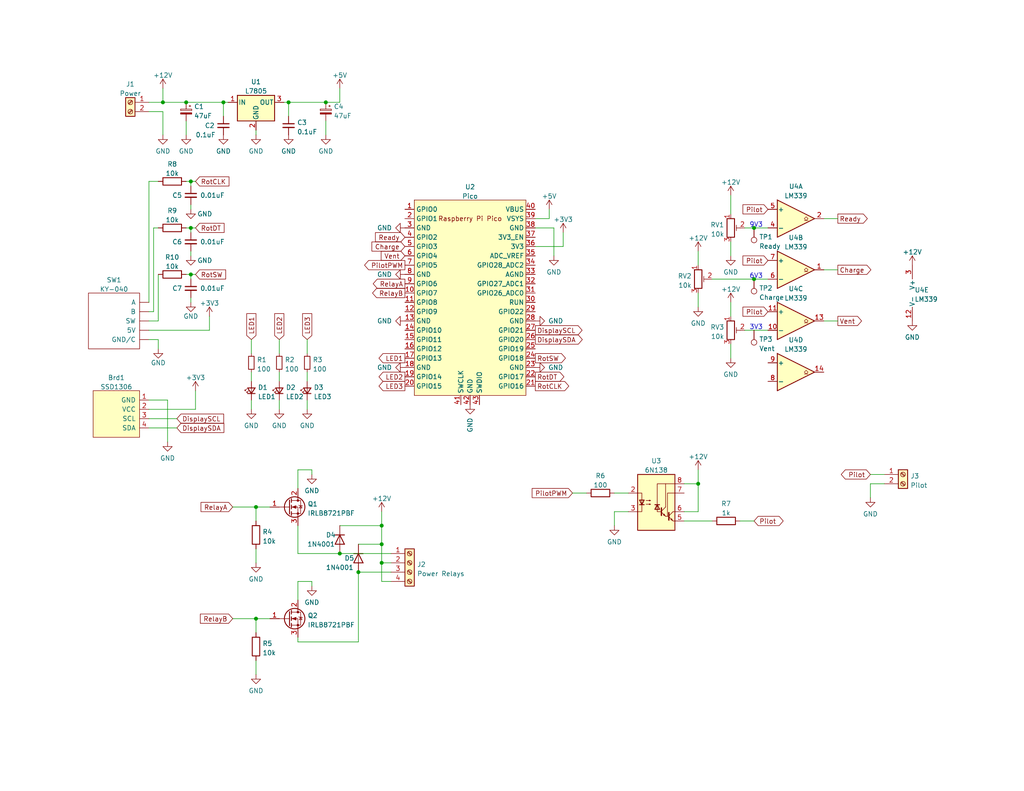
<source format=kicad_sch>
(kicad_sch (version 20211123) (generator eeschema)
  (paper "A")
  (lib_symbols
    (symbol "Comparator:LM339" (pin_names (offset 0.127))
      (property "Reference" "U" (at 0 5.08 0))
      (property "Value" "LM339" (at 0 -5.08 0))
      (symbol "LM339_1_1"
        (polyline (pts (xy -5.08 5.08) (xy 5.08 0) (xy -5.08 -5.08) (xy -5.08 5.08)) (stroke (width 0.254)) (fill (type background)))
        (polyline (pts (xy 3.302 -0.508) (xy 2.794 -0.508) (xy 3.302 0) (xy 2.794 0.508) (xy 2.286 0) (xy 2.794 -0.508) (xy 2.286 -0.508)) (stroke (width 0.127)))
        (pin open_collector line (at 7.62 0 180) (length 2.54) (name "~") (number "2"))
        (pin input line (at -7.62 -2.54 0) (length 2.54) (name "-") (number "4"))
        (pin input line (at -7.62 2.54 0) (length 2.54) (name "+") (number "5"))
      )
      (symbol "LM339_2_1"
        (polyline (pts (xy -5.08 5.08) (xy 5.08 0) (xy -5.08 -5.08) (xy -5.08 5.08)) (stroke (width 0.254)) (fill (type background)))
        (polyline (pts (xy 3.302 -0.508) (xy 2.794 -0.508) (xy 3.302 0) (xy 2.794 0.508) (xy 2.286 0) (xy 2.794 -0.508) (xy 2.286 -0.508)) (stroke (width 0.127)))
        (pin open_collector line (at 7.62 0 180) (length 2.54) (name "~") (number "1"))
        (pin input line (at -7.62 -2.54 0) (length 2.54) (name "-") (number "6"))
        (pin input line (at -7.62 2.54 0) (length 2.54) (name "+") (number "7"))
      )
      (symbol "LM339_3_1"
        (polyline (pts (xy -5.08 5.08) (xy 5.08 0) (xy -5.08 -5.08) (xy -5.08 5.08)) (stroke (width 0.254)) (fill (type background)))
        (polyline (pts (xy 3.302 -0.508) (xy 2.794 -0.508) (xy 3.302 0) (xy 2.794 0.508) (xy 2.286 0) (xy 2.794 -0.508) (xy 2.286 -0.508)) (stroke (width 0.127)))
        (pin input line (at -7.62 -2.54 0) (length 2.54) (name "-") (number "10"))
        (pin input line (at -7.62 2.54 0) (length 2.54) (name "+") (number "11"))
        (pin open_collector line (at 7.62 0 180) (length 2.54) (name "~") (number "13"))
      )
      (symbol "LM339_4_1"
        (polyline (pts (xy -5.08 5.08) (xy 5.08 0) (xy -5.08 -5.08) (xy -5.08 5.08)) (stroke (width 0.254)) (fill (type background)))
        (polyline (pts (xy 3.302 -0.508) (xy 2.794 -0.508) (xy 3.302 0) (xy 2.794 0.508) (xy 2.286 0) (xy 2.794 -0.508) (xy 2.286 -0.508)) (stroke (width 0.127)))
        (pin open_collector line (at 7.62 0 180) (length 2.54) (name "~") (number "14"))
        (pin input line (at -7.62 -2.54 0) (length 2.54) (name "-") (number "8"))
        (pin input line (at -7.62 2.54 0) (length 2.54) (name "+") (number "9"))
      )
      (symbol "LM339_5_1"
        (pin power_in line (at -2.54 -7.62 90) (length 3.81) (name "V-") (number "12"))
        (pin power_in line (at -2.54 7.62 270) (length 3.81) (name "V+") (number "3"))
      )
    )
    (symbol "Connector:Screw_Terminal_01x02" (pin_names (offset 1.016) hide)
      (property "Reference" "J" (at 0 2.54 0))
      (property "Value" "Screw_Terminal_01x02" (at 0 -5.08 0))
      (symbol "Screw_Terminal_01x02_1_1"
        (rectangle (start -1.27 1.27) (end 1.27 -3.81) (stroke (width 0.254)) (fill (type background)))
        (circle (center 0 -2.54) (radius 0.635) (stroke (width 0.1524)))
        (polyline (pts (xy -0.5334 -2.2098) (xy 0.3302 -3.048)) (stroke (width 0.1524)))
        (polyline (pts (xy -0.5334 0.3302) (xy 0.3302 -0.508)) (stroke (width 0.1524)))
        (polyline (pts (xy -0.3556 -2.032) (xy 0.508 -2.8702)) (stroke (width 0.1524)))
        (polyline (pts (xy -0.3556 0.508) (xy 0.508 -0.3302)) (stroke (width 0.1524)))
        (circle (center 0 0) (radius 0.635) (stroke (width 0.1524)))
        (pin passive line (at -5.08 0 0) (length 3.81) (name "Pin_1") (number "1"))
        (pin passive line (at -5.08 -2.54 0) (length 3.81) (name "Pin_2") (number "2"))
      )
    )
    (symbol "Connector:Screw_Terminal_01x04" (pin_names (offset 1.016) hide)
      (property "Reference" "J" (at 0 5.08 0))
      (property "Value" "Screw_Terminal_01x04" (at 0 -7.62 0))
      (symbol "Screw_Terminal_01x04_1_1"
        (rectangle (start -1.27 3.81) (end 1.27 -6.35) (stroke (width 0.254)) (fill (type background)))
        (circle (center 0 -5.08) (radius 0.635) (stroke (width 0.1524)))
        (circle (center 0 -2.54) (radius 0.635) (stroke (width 0.1524)))
        (polyline (pts (xy -0.5334 -4.7498) (xy 0.3302 -5.588)) (stroke (width 0.1524)))
        (polyline (pts (xy -0.5334 -2.2098) (xy 0.3302 -3.048)) (stroke (width 0.1524)))
        (polyline (pts (xy -0.5334 0.3302) (xy 0.3302 -0.508)) (stroke (width 0.1524)))
        (polyline (pts (xy -0.5334 2.8702) (xy 0.3302 2.032)) (stroke (width 0.1524)))
        (polyline (pts (xy -0.3556 -4.572) (xy 0.508 -5.4102)) (stroke (width 0.1524)))
        (polyline (pts (xy -0.3556 -2.032) (xy 0.508 -2.8702)) (stroke (width 0.1524)))
        (polyline (pts (xy -0.3556 0.508) (xy 0.508 -0.3302)) (stroke (width 0.1524)))
        (polyline (pts (xy -0.3556 3.048) (xy 0.508 2.2098)) (stroke (width 0.1524)))
        (circle (center 0 0) (radius 0.635) (stroke (width 0.1524)))
        (circle (center 0 2.54) (radius 0.635) (stroke (width 0.1524)))
        (pin passive line (at -5.08 2.54 0) (length 3.81) (name "Pin_1") (number "1"))
        (pin passive line (at -5.08 0 0) (length 3.81) (name "Pin_2") (number "2"))
        (pin passive line (at -5.08 -2.54 0) (length 3.81) (name "Pin_3") (number "3"))
        (pin passive line (at -5.08 -5.08 0) (length 3.81) (name "Pin_4") (number "4"))
      )
    )
    (symbol "Connector:TestPoint" (pin_numbers hide) (pin_names (offset 0.762) hide)
      (property "Reference" "TP" (at 0 6.858 0))
      (property "Value" "TestPoint" (at 0 5.08 0))
      (symbol "TestPoint_0_1"
        (circle (center 0 3.302) (radius 0.762))
      )
      (symbol "TestPoint_1_1"
        (pin passive line (at 0 0 90) (length 2.54) (name "1") (number "1"))
      )
    )
    (symbol "Device:C_Polarized_Small" (pin_numbers hide) (pin_names (offset 0.254) hide)
      (property "Reference" "C" (at 0.254 1.778 0))
      (property "Value" "C_Polarized_Small" (at 0.254 -2.032 0))
      (symbol "C_Polarized_Small_0_1"
        (rectangle (start -1.524 -0.3048) (end 1.524 -0.6858) (fill (type outline)))
        (rectangle (start -1.524 0.6858) (end 1.524 0.3048))
        (polyline (pts (xy -1.27 1.524) (xy -0.762 1.524)))
        (polyline (pts (xy -1.016 1.27) (xy -1.016 1.778)))
      )
      (symbol "C_Polarized_Small_1_1"
        (pin passive line (at 0 2.54 270) (length 1.8542) (name "~") (number "1"))
        (pin passive line (at 0 -2.54 90) (length 1.8542) (name "~") (number "2"))
      )
    )
    (symbol "Device:C_Small" (pin_numbers hide) (pin_names (offset 0.254) hide)
      (property "Reference" "C" (at 0.254 1.778 0))
      (property "Value" "C_Small" (at 0.254 -2.032 0))
      (symbol "C_Small_0_1"
        (polyline (pts (xy -1.524 -0.508) (xy 1.524 -0.508)) (stroke (width 0.3302)))
        (polyline (pts (xy -1.524 0.508) (xy 1.524 0.508)) (stroke (width 0.3048)))
      )
      (symbol "C_Small_1_1"
        (pin passive line (at 0 2.54 270) (length 2.032) (name "~") (number "1"))
        (pin passive line (at 0 -2.54 90) (length 2.032) (name "~") (number "2"))
      )
    )
    (symbol "Device:LED_Small" (pin_numbers hide) (pin_names (offset 0.254) hide)
      (property "Reference" "D" (at -1.27 3.175 0))
      (property "Value" "LED_Small" (at -4.445 -2.54 0))
      (symbol "LED_Small_0_1"
        (polyline (pts (xy -0.762 -1.016) (xy -0.762 1.016)) (stroke (width 0.254)))
        (polyline (pts (xy 1.016 0) (xy -0.762 0)))
        (polyline (pts (xy 0.762 -1.016) (xy -0.762 0) (xy 0.762 1.016) (xy 0.762 -1.016)) (stroke (width 0.254)))
        (polyline (pts (xy 0 0.762) (xy -0.508 1.27) (xy -0.254 1.27) (xy -0.508 1.27) (xy -0.508 1.016)))
        (polyline (pts (xy 0.508 1.27) (xy 0 1.778) (xy 0.254 1.778) (xy 0 1.778) (xy 0 1.524)))
      )
      (symbol "LED_Small_1_1"
        (pin passive line (at -2.54 0 0) (length 1.778) (name "K") (number "1"))
        (pin passive line (at 2.54 0 180) (length 1.778) (name "A") (number "2"))
      )
    )
    (symbol "Device:R" (pin_numbers hide) (pin_names (offset 0))
      (property "Reference" "R" (at 2.032 0 90))
      (property "Value" "R" (at 0 0 90))
      (symbol "R_0_1"
        (rectangle (start -1.016 -2.54) (end 1.016 2.54) (stroke (width 0.254)))
      )
      (symbol "R_1_1"
        (pin passive line (at 0 3.81 270) (length 1.27) (name "~") (number "1"))
        (pin passive line (at 0 -3.81 90) (length 1.27) (name "~") (number "2"))
      )
    )
    (symbol "Device:R_Potentiometer_Trim" (pin_names (offset 1.016) hide)
      (property "Reference" "RV" (at -4.445 0 90))
      (property "Value" "R_Potentiometer_Trim" (at -2.54 0 90))
      (symbol "R_Potentiometer_Trim_0_1"
        (polyline (pts (xy 1.524 0.762) (xy 1.524 -0.762)))
        (polyline (pts (xy 2.54 0) (xy 1.524 0)))
        (rectangle (start 1.016 2.54) (end -1.016 -2.54) (stroke (width 0.254)))
      )
      (symbol "R_Potentiometer_Trim_1_1"
        (pin passive line (at 0 3.81 270) (length 1.27) (name "1") (number "1"))
        (pin passive line (at 3.81 0 180) (length 1.27) (name "2") (number "2"))
        (pin passive line (at 0 -3.81 90) (length 1.27) (name "3") (number "3"))
      )
    )
    (symbol "Device:R_Small" (pin_numbers hide) (pin_names (offset 0.254) hide)
      (property "Reference" "R" (at 0.762 0.508 0))
      (property "Value" "R_Small" (at 0.762 -1.016 0))
      (symbol "R_Small_0_1"
        (rectangle (start -0.762 1.778) (end 0.762 -1.778) (stroke (width 0.2032)))
      )
      (symbol "R_Small_1_1"
        (pin passive line (at 0 2.54 270) (length 0.762) (name "~") (number "1"))
        (pin passive line (at 0 -2.54 90) (length 0.762) (name "~") (number "2"))
      )
    )
    (symbol "Diode:1N4001" (pin_numbers hide) (pin_names (offset 1.016) hide)
      (property "Reference" "D" (at 0 2.54 0))
      (property "Value" "1N4001" (at 0 -2.54 0))
      (symbol "1N4001_0_1"
        (polyline (pts (xy -1.27 1.27) (xy -1.27 -1.27)) (stroke (width 0.254)))
        (polyline (pts (xy 1.27 0) (xy -1.27 0)))
        (polyline (pts (xy 1.27 1.27) (xy 1.27 -1.27) (xy -1.27 0) (xy 1.27 1.27)) (stroke (width 0.254)))
      )
      (symbol "1N4001_1_1"
        (pin passive line (at -3.81 0 0) (length 2.54) (name "K") (number "1"))
        (pin passive line (at 3.81 0 180) (length 2.54) (name "A") (number "2"))
      )
    )
    (symbol "Isolator:6N138" (pin_names (offset 1.016) hide)
      (property "Reference" "U" (at -4.064 8.89 0))
      (property "Value" "6N138" (at 2.286 8.89 0))
      (symbol "6N138_0_1"
        (rectangle (start -5.08 7.62) (end 5.08 -7.62) (stroke (width 0.254)) (fill (type background)))
        (polyline (pts (xy -4.572 -0.635) (xy -3.302 -0.635)) (stroke (width 0.254)))
        (polyline (pts (xy 0.889 -0.635) (xy -0.381 -0.635)) (stroke (width 0.254)))
        (polyline (pts (xy 1.397 -2.667) (xy 2.54 -3.81)))
        (polyline (pts (xy 1.397 -2.413) (xy 2.54 -1.27)))
        (polyline (pts (xy 2.54 -3.81) (xy 3.175 -3.81)))
        (polyline (pts (xy 3.429 -3.937) (xy 4.572 -5.08)))
        (polyline (pts (xy 3.429 -3.683) (xy 4.572 -2.54)))
        (polyline (pts (xy 4.572 -5.08) (xy 5.08 -5.08)))
        (polyline (pts (xy 4.572 -2.54) (xy 5.08 -2.54)))
        (polyline (pts (xy 1.397 -1.524) (xy 1.397 -3.556) (xy 1.397 -3.556)) (stroke (width 0.3556)))
        (polyline (pts (xy 2.54 -1.27) (xy 2.54 5.08) (xy 5.08 5.08)))
        (polyline (pts (xy 3.429 -2.794) (xy 3.429 -4.826) (xy 3.429 -4.826)) (stroke (width 0.3556)))
        (polyline (pts (xy 5.08 2.54) (xy 3.048 2.54) (xy 3.048 -3.81)))
        (polyline (pts (xy -5.08 -2.54) (xy -3.937 -2.54) (xy -3.937 2.54) (xy -5.08 2.54)))
        (polyline (pts (xy -3.937 -0.635) (xy -4.572 0.635) (xy -3.302 0.635) (xy -3.937 -0.635)) (stroke (width 0.254)))
        (polyline (pts (xy 0.254 -0.635) (xy 0.889 -1.905) (xy -0.381 -1.905) (xy 0.254 -0.635)) (stroke (width 0.254)))
        (polyline (pts (xy 1.27 -2.54) (xy 0.254 -2.54) (xy 0.254 5.08) (xy 2.54 5.08)))
        (polyline (pts (xy 2.413 -3.683) (xy 2.159 -3.175) (xy 1.905 -3.429) (xy 2.413 -3.683)))
        (polyline (pts (xy 4.445 -4.953) (xy 4.191 -4.445) (xy 3.937 -4.699) (xy 4.445 -4.953)))
        (polyline (pts (xy -2.794 -0.508) (xy -1.524 -0.508) (xy -1.905 -0.635) (xy -1.905 -0.381) (xy -1.524 -0.508)))
        (polyline (pts (xy -2.794 0.508) (xy -1.524 0.508) (xy -1.905 0.381) (xy -1.905 0.635) (xy -1.524 0.508)))
      )
      (symbol "6N138_1_1"
        (pin no_connect line (at -5.08 5.08 0) (length 2.54) hide (name "NC") (number "1"))
        (pin passive line (at -7.62 2.54 0) (length 2.54) (name "C1") (number "2"))
        (pin passive line (at -7.62 -2.54 0) (length 2.54) (name "C2") (number "3"))
        (pin no_connect line (at -5.08 -5.08 0) (length 2.54) hide (name "NC") (number "4"))
        (pin passive line (at 7.62 -5.08 180) (length 2.54) (name "GND") (number "5"))
        (pin passive line (at 7.62 -2.54 180) (length 2.54) (name "VO2") (number "6"))
        (pin passive line (at 7.62 2.54 180) (length 2.54) (name "VO1") (number "7"))
        (pin passive line (at 7.62 5.08 180) (length 2.54) (name "VCC") (number "8"))
      )
    )
    (symbol "KY-040:KY-040" (pin_names (offset 1.016))
      (property "Reference" "SW" (at 0 15.24 0))
      (property "Value" "KY-040" (at 0 12.7 0))
      (symbol "KY-040_0_1"
        (rectangle (start -7.62 -2.54) (end 7.62 11.43))
      )
      (symbol "KY-040_1_1"
        (pin power_in line (at -2.54 -5.08 90) (length 2.54) (name "5V") (number "~"))
        (pin output line (at 5.08 -5.08 90) (length 2.54) (name "A") (number "~"))
        (pin output line (at 2.54 -5.08 90) (length 2.54) (name "B") (number "~"))
        (pin output line (at -5.08 -5.08 90) (length 2.54) (name "GND/C") (number "~"))
        (pin input line (at 0 -5.08 90) (length 2.54) (name "SW") (number "~"))
      )
    )
    (symbol "RPi Pico:Pico"
      (property "Reference" "U" (at -13.97 27.94 0))
      (property "Value" "Pico" (at 0 19.05 0))
      (symbol "Pico_0_0"
        (text "Raspberry Pi Pico" (at 0 21.59 0) (effects (font (size 1.27 1.27))))
      )
      (symbol "Pico_0_1"
        (rectangle (start -15.24 26.67) (end 15.24 -26.67) (fill (type background)))
      )
      (symbol "Pico_1_1"
        (pin bidirectional line (at -17.78 24.13 0) (length 2.54) (name "GPIO0") (number "1"))
        (pin bidirectional line (at -17.78 1.27 0) (length 2.54) (name "GPIO7") (number "10"))
        (pin bidirectional line (at -17.78 -1.27 0) (length 2.54) (name "GPIO8") (number "11"))
        (pin bidirectional line (at -17.78 -3.81 0) (length 2.54) (name "GPIO9") (number "12"))
        (pin power_in line (at -17.78 -6.35 0) (length 2.54) (name "GND") (number "13"))
        (pin bidirectional line (at -17.78 -8.89 0) (length 2.54) (name "GPIO10") (number "14"))
        (pin bidirectional line (at -17.78 -11.43 0) (length 2.54) (name "GPIO11") (number "15"))
        (pin bidirectional line (at -17.78 -13.97 0) (length 2.54) (name "GPIO12") (number "16"))
        (pin bidirectional line (at -17.78 -16.51 0) (length 2.54) (name "GPIO13") (number "17"))
        (pin power_in line (at -17.78 -19.05 0) (length 2.54) (name "GND") (number "18"))
        (pin bidirectional line (at -17.78 -21.59 0) (length 2.54) (name "GPIO14") (number "19"))
        (pin bidirectional line (at -17.78 21.59 0) (length 2.54) (name "GPIO1") (number "2"))
        (pin bidirectional line (at -17.78 -24.13 0) (length 2.54) (name "GPIO15") (number "20"))
        (pin bidirectional line (at 17.78 -24.13 180) (length 2.54) (name "GPIO16") (number "21"))
        (pin bidirectional line (at 17.78 -21.59 180) (length 2.54) (name "GPIO17") (number "22"))
        (pin power_in line (at 17.78 -19.05 180) (length 2.54) (name "GND") (number "23"))
        (pin bidirectional line (at 17.78 -16.51 180) (length 2.54) (name "GPIO18") (number "24"))
        (pin bidirectional line (at 17.78 -13.97 180) (length 2.54) (name "GPIO19") (number "25"))
        (pin bidirectional line (at 17.78 -11.43 180) (length 2.54) (name "GPIO20") (number "26"))
        (pin bidirectional line (at 17.78 -8.89 180) (length 2.54) (name "GPIO21") (number "27"))
        (pin power_in line (at 17.78 -6.35 180) (length 2.54) (name "GND") (number "28"))
        (pin bidirectional line (at 17.78 -3.81 180) (length 2.54) (name "GPIO22") (number "29"))
        (pin power_in line (at -17.78 19.05 0) (length 2.54) (name "GND") (number "3"))
        (pin input line (at 17.78 -1.27 180) (length 2.54) (name "RUN") (number "30"))
        (pin bidirectional line (at 17.78 1.27 180) (length 2.54) (name "GPIO26_ADC0") (number "31"))
        (pin bidirectional line (at 17.78 3.81 180) (length 2.54) (name "GPIO27_ADC1") (number "32"))
        (pin power_in line (at 17.78 6.35 180) (length 2.54) (name "AGND") (number "33"))
        (pin bidirectional line (at 17.78 8.89 180) (length 2.54) (name "GPIO28_ADC2") (number "34"))
        (pin power_in line (at 17.78 11.43 180) (length 2.54) (name "ADC_VREF") (number "35"))
        (pin power_in line (at 17.78 13.97 180) (length 2.54) (name "3V3") (number "36"))
        (pin input line (at 17.78 16.51 180) (length 2.54) (name "3V3_EN") (number "37"))
        (pin bidirectional line (at 17.78 19.05 180) (length 2.54) (name "GND") (number "38"))
        (pin power_in line (at 17.78 21.59 180) (length 2.54) (name "VSYS") (number "39"))
        (pin bidirectional line (at -17.78 16.51 0) (length 2.54) (name "GPIO2") (number "4"))
        (pin power_in line (at 17.78 24.13 180) (length 2.54) (name "VBUS") (number "40"))
        (pin input line (at -2.54 -29.21 90) (length 2.54) (name "SWCLK") (number "41"))
        (pin power_in line (at 0 -29.21 90) (length 2.54) (name "GND") (number "42"))
        (pin bidirectional line (at 2.54 -29.21 90) (length 2.54) (name "SWDIO") (number "43"))
        (pin bidirectional line (at -17.78 13.97 0) (length 2.54) (name "GPIO3") (number "5"))
        (pin bidirectional line (at -17.78 11.43 0) (length 2.54) (name "GPIO4") (number "6"))
        (pin bidirectional line (at -17.78 8.89 0) (length 2.54) (name "GPIO5") (number "7"))
        (pin power_in line (at -17.78 6.35 0) (length 2.54) (name "GND") (number "8"))
        (pin bidirectional line (at -17.78 3.81 0) (length 2.54) (name "GPIO6") (number "9"))
      )
    )
    (symbol "Regulator_Linear:L7805" (pin_names (offset 0.254))
      (property "Reference" "U" (at -3.81 3.175 0))
      (property "Value" "L7805" (at 0 3.175 0))
      (symbol "L7805_0_1"
        (rectangle (start -5.08 1.905) (end 5.08 -5.08) (stroke (width 0.254)) (fill (type background)))
      )
      (symbol "L7805_1_1"
        (pin power_in line (at -7.62 0 0) (length 2.54) (name "IN") (number "1"))
        (pin power_in line (at 0 -7.62 90) (length 2.54) (name "GND") (number "2"))
        (pin power_out line (at 7.62 0 180) (length 2.54) (name "OUT") (number "3"))
      )
    )
    (symbol "SSD1306:SSD1306" (pin_names (offset 1.016))
      (property "Reference" "Brd" (at 0 -3.81 0))
      (property "Value" "SSD1306" (at 0 -1.27 0))
      (symbol "SSD1306_0_1"
        (rectangle (start -6.35 6.35) (end 6.35 -6.35) (fill (type background)))
      )
      (symbol "SSD1306_1_1"
        (pin input line (at -3.81 8.89 270) (length 2.54) (name "GND") (number "1"))
        (pin input line (at -1.27 8.89 270) (length 2.54) (name "VCC") (number "2"))
        (pin input line (at 1.27 8.89 270) (length 2.54) (name "SCL") (number "3"))
        (pin input line (at 3.81 8.89 270) (length 2.54) (name "SDA") (number "4"))
      )
    )
    (symbol "Transistor_FET:IRLB8721PBF" (pin_names hide)
      (property "Reference" "Q" (at 6.35 1.905 0))
      (property "Value" "IRLB8721PBF" (at 6.35 0 0))
      (symbol "IRLB8721PBF_0_1"
        (polyline (pts (xy 0.254 0) (xy -2.54 0)))
        (polyline (pts (xy 0.254 1.905) (xy 0.254 -1.905)) (stroke (width 0.254)))
        (polyline (pts (xy 0.762 -1.27) (xy 0.762 -2.286)) (stroke (width 0.254)))
        (polyline (pts (xy 0.762 0.508) (xy 0.762 -0.508)) (stroke (width 0.254)))
        (polyline (pts (xy 0.762 2.286) (xy 0.762 1.27)) (stroke (width 0.254)))
        (polyline (pts (xy 2.54 2.54) (xy 2.54 1.778)))
        (polyline (pts (xy 2.54 -2.54) (xy 2.54 0) (xy 0.762 0)))
        (polyline (pts (xy 0.762 -1.778) (xy 3.302 -1.778) (xy 3.302 1.778) (xy 0.762 1.778)))
        (polyline (pts (xy 1.016 0) (xy 2.032 0.381) (xy 2.032 -0.381) (xy 1.016 0)) (fill (type outline)))
        (polyline (pts (xy 2.794 0.508) (xy 2.921 0.381) (xy 3.683 0.381) (xy 3.81 0.254)))
        (polyline (pts (xy 3.302 0.381) (xy 2.921 -0.254) (xy 3.683 -0.254) (xy 3.302 0.381)))
        (circle (center 1.651 0) (radius 2.794) (stroke (width 0.254)))
        (circle (center 2.54 -1.778) (radius 0.254) (fill (type outline)))
        (circle (center 2.54 1.778) (radius 0.254) (fill (type outline)))
      )
      (symbol "IRLB8721PBF_1_1"
        (pin input line (at -5.08 0 0) (length 2.54) (name "G") (number "1"))
        (pin passive line (at 2.54 5.08 270) (length 2.54) (name "D") (number "2"))
        (pin passive line (at 2.54 -5.08 90) (length 2.54) (name "S") (number "3"))
      )
    )
    (symbol "power:+12V" (power) (pin_names (offset 0))
      (property "Value" "+12V" (at 0 3.556 0))
      (symbol "+12V_0_1"
        (polyline (pts (xy -0.762 1.27) (xy 0 2.54)))
        (polyline (pts (xy 0 0) (xy 0 2.54)))
        (polyline (pts (xy 0 2.54) (xy 0.762 1.27)))
      )
      (symbol "+12V_1_1"
        (pin power_in line (at 0 0 90) (length 0) hide (name "+12V") (number "1"))
      )
    )
    (symbol "power:+3V3" (power) (pin_names (offset 0))
      (property "Value" "+3V3" (at 0 3.556 0))
      (symbol "+3V3_0_1"
        (polyline (pts (xy -0.762 1.27) (xy 0 2.54)))
        (polyline (pts (xy 0 0) (xy 0 2.54)))
        (polyline (pts (xy 0 2.54) (xy 0.762 1.27)))
      )
      (symbol "+3V3_1_1"
        (pin power_in line (at 0 0 90) (length 0) hide (name "+3V3") (number "1"))
      )
    )
    (symbol "power:+5V" (power) (pin_names (offset 0))
      (property "Value" "+5V" (at 0 3.556 0))
      (symbol "+5V_0_1"
        (polyline (pts (xy -0.762 1.27) (xy 0 2.54)))
        (polyline (pts (xy 0 0) (xy 0 2.54)))
        (polyline (pts (xy 0 2.54) (xy 0.762 1.27)))
      )
      (symbol "+5V_1_1"
        (pin power_in line (at 0 0 90) (length 0) hide (name "+5V") (number "1"))
      )
    )
    (symbol "power:GND" (power) (pin_names (offset 0))
      (property "Value" "GND" (at 0 -3.81 0))
      (symbol "GND_0_1"
        (polyline (pts (xy 0 0) (xy 0 -1.27) (xy 1.27 -1.27) (xy 0 -2.54) (xy -1.27 -1.27) (xy 0 -1.27)))
      )
      (symbol "GND_1_1"
        (pin power_in line (at 0 0 270) (length 0) hide (name "GND") (number "1"))
      )
    )
  )
  (junction (at 52.07 62.23))
  (junction (at 104.14 148.59))
  (junction (at 52.07 74.93))
  (junction (at 97.79 156.21))
  (junction (at 69.85 138.43))
  (junction (at 205.74 62.23))
  (junction (at 104.14 153.67))
  (junction (at 50.8 27.94))
  (junction (at 44.45 27.94))
  (junction (at 205.74 76.2))
  (junction (at 52.07 49.53))
  (junction (at 60.96 27.94))
  (junction (at 190.5 132.08))
  (junction (at 69.85 168.91))
  (junction (at 92.71 151.13))
  (junction (at 88.9 27.94))
  (junction (at 78.74 27.94))
  (junction (at 104.14 143.51))
  (wire (pts (xy 40.64 114.3) (xy 48.26 114.3)))
  (wire (pts (xy 40.64 87.63) (xy 43.18 87.63)))
  (wire (pts (xy 52.07 81.28) (xy 52.07 82.55)))
  (wire (pts (xy 237.49 129.54) (xy 241.3 129.54)))
  (wire (pts (xy 69.85 138.43) (xy 69.85 142.24)))
  (wire (pts (xy 199.39 82.55) (xy 199.39 86.36)))
  (wire (pts (xy 149.86 57.15) (xy 149.86 59.69)))
  (wire (pts (xy 69.85 138.43) (xy 63.5 138.43)))
  (wire (pts (xy 68.58 109.22) (xy 68.58 111.76)))
  (wire (pts (xy 104.14 143.51) (xy 104.14 148.59)))
  (wire (pts (xy 69.85 35.56) (xy 69.85 36.83)))
  (wire (pts (xy 69.85 180.34) (xy 69.85 184.15)))
  (wire (pts (xy 92.71 151.13) (xy 106.68 151.13)))
  (wire (pts (xy 57.15 90.17) (xy 57.15 86.36)))
  (wire (pts (xy 106.68 153.67) (xy 104.14 153.67)))
  (wire (pts (xy 83.82 109.22) (xy 83.82 111.76)))
  (wire (pts (xy 52.07 74.93) (xy 53.34 74.93)))
  (wire (pts (xy 201.93 142.24) (xy 205.74 142.24)))
  (wire (pts (xy 52.07 49.53) (xy 50.8 49.53)))
  (wire (pts (xy 43.18 87.63) (xy 43.18 74.93)))
  (wire (pts (xy 81.28 143.51) (xy 81.28 151.13)))
  (wire (pts (xy 52.07 74.93) (xy 52.07 76.2)))
  (wire (pts (xy 40.64 111.76) (xy 53.34 111.76)))
  (wire (pts (xy 224.79 73.66) (xy 228.6 73.66)))
  (wire (pts (xy 50.8 27.94) (xy 60.96 27.94)))
  (wire (pts (xy 85.09 128.27) (xy 85.09 129.54)))
  (wire (pts (xy 88.9 33.02) (xy 88.9 36.83)))
  (wire (pts (xy 146.05 62.23) (xy 151.13 62.23)))
  (wire (pts (xy 43.18 62.23) (xy 41.91 62.23)))
  (wire (pts (xy 205.74 62.23) (xy 209.55 62.23)))
  (wire (pts (xy 40.64 92.71) (xy 43.18 92.71)))
  (wire (pts (xy 153.67 67.31) (xy 153.67 63.5)))
  (wire (pts (xy 81.28 175.26) (xy 97.79 175.26)))
  (wire (pts (xy 190.5 68.58) (xy 190.5 72.39)))
  (wire (pts (xy 190.5 139.7) (xy 186.69 139.7)))
  (wire (pts (xy 44.45 27.94) (xy 50.8 27.94)))
  (wire (pts (xy 149.86 59.69) (xy 146.05 59.69)))
  (wire (pts (xy 97.79 156.21) (xy 106.68 156.21)))
  (wire (pts (xy 52.07 50.8) (xy 52.07 49.53)))
  (wire (pts (xy 81.28 163.83) (xy 81.28 158.75)))
  (wire (pts (xy 60.96 27.94) (xy 60.96 31.75)))
  (wire (pts (xy 190.5 80.01) (xy 190.5 83.82)))
  (wire (pts (xy 52.07 55.88) (xy 52.07 57.15)))
  (wire (pts (xy 151.13 62.23) (xy 151.13 69.85)))
  (wire (pts (xy 224.79 87.63) (xy 228.6 87.63)))
  (wire (pts (xy 43.18 92.71) (xy 43.18 95.25)))
  (wire (pts (xy 40.64 90.17) (xy 57.15 90.17)))
  (wire (pts (xy 167.64 139.7) (xy 167.64 143.51)))
  (wire (pts (xy 104.14 158.75) (xy 106.68 158.75)))
  (wire (pts (xy 97.79 175.26) (xy 97.79 156.21)))
  (wire (pts (xy 69.85 168.91) (xy 69.85 172.72)))
  (wire (pts (xy 92.71 27.94) (xy 92.71 24.13)))
  (wire (pts (xy 81.28 151.13) (xy 92.71 151.13)))
  (wire (pts (xy 52.07 62.23) (xy 52.07 63.5)))
  (wire (pts (xy 186.69 142.24) (xy 194.31 142.24)))
  (wire (pts (xy 224.79 59.69) (xy 228.6 59.69)))
  (wire (pts (xy 44.45 30.48) (xy 44.45 36.83)))
  (wire (pts (xy 69.85 149.86) (xy 69.85 153.67)))
  (wire (pts (xy 85.09 158.75) (xy 85.09 160.02)))
  (wire (pts (xy 50.8 62.23) (xy 52.07 62.23)))
  (wire (pts (xy 78.74 27.94) (xy 88.9 27.94)))
  (wire (pts (xy 40.64 49.53) (xy 40.64 82.55)))
  (wire (pts (xy 237.49 132.08) (xy 237.49 135.89)))
  (wire (pts (xy 68.58 92.71) (xy 68.58 96.52)))
  (wire (pts (xy 81.28 133.35) (xy 81.28 128.27)))
  (wire (pts (xy 199.39 53.34) (xy 199.39 58.42)))
  (wire (pts (xy 52.07 49.53) (xy 53.34 49.53)))
  (wire (pts (xy 53.34 111.76) (xy 53.34 106.68)))
  (wire (pts (xy 104.14 148.59) (xy 104.14 153.67)))
  (wire (pts (xy 156.21 134.62) (xy 160.02 134.62)))
  (wire (pts (xy 97.79 148.59) (xy 104.14 148.59)))
  (wire (pts (xy 92.71 143.51) (xy 104.14 143.51)))
  (wire (pts (xy 81.28 158.75) (xy 85.09 158.75)))
  (wire (pts (xy 241.3 132.08) (xy 237.49 132.08)))
  (wire (pts (xy 81.28 173.99) (xy 81.28 175.26)))
  (wire (pts (xy 76.2 109.22) (xy 76.2 111.76)))
  (wire (pts (xy 171.45 139.7) (xy 167.64 139.7)))
  (wire (pts (xy 199.39 66.04) (xy 199.39 69.85)))
  (wire (pts (xy 190.5 132.08) (xy 190.5 128.27)))
  (wire (pts (xy 167.64 134.62) (xy 171.45 134.62)))
  (wire (pts (xy 60.96 27.94) (xy 62.23 27.94)))
  (wire (pts (xy 203.2 62.23) (xy 205.74 62.23)))
  (wire (pts (xy 88.9 27.94) (xy 92.71 27.94)))
  (wire (pts (xy 83.82 92.71) (xy 83.82 96.52)))
  (wire (pts (xy 194.31 76.2) (xy 205.74 76.2)))
  (wire (pts (xy 81.28 128.27) (xy 85.09 128.27)))
  (wire (pts (xy 50.8 33.02) (xy 50.8 36.83)))
  (wire (pts (xy 186.69 132.08) (xy 190.5 132.08)))
  (wire (pts (xy 199.39 93.98) (xy 199.39 97.79)))
  (wire (pts (xy 76.2 101.6) (xy 76.2 104.14)))
  (wire (pts (xy 40.64 30.48) (xy 44.45 30.48)))
  (wire (pts (xy 43.18 49.53) (xy 40.64 49.53)))
  (wire (pts (xy 73.66 168.91) (xy 69.85 168.91)))
  (wire (pts (xy 50.8 74.93) (xy 52.07 74.93)))
  (wire (pts (xy 45.72 109.22) (xy 45.72 120.65)))
  (wire (pts (xy 78.74 27.94) (xy 78.74 31.75)))
  (wire (pts (xy 104.14 139.7) (xy 104.14 143.51)))
  (wire (pts (xy 77.47 27.94) (xy 78.74 27.94)))
  (wire (pts (xy 83.82 101.6) (xy 83.82 104.14)))
  (wire (pts (xy 73.66 138.43) (xy 69.85 138.43)))
  (wire (pts (xy 40.64 27.94) (xy 44.45 27.94)))
  (wire (pts (xy 41.91 62.23) (xy 41.91 85.09)))
  (wire (pts (xy 41.91 85.09) (xy 40.64 85.09)))
  (wire (pts (xy 63.5 168.91) (xy 69.85 168.91)))
  (wire (pts (xy 52.07 62.23) (xy 53.34 62.23)))
  (wire (pts (xy 205.74 76.2) (xy 209.55 76.2)))
  (wire (pts (xy 104.14 153.67) (xy 104.14 158.75)))
  (wire (pts (xy 44.45 27.94) (xy 44.45 24.13)))
  (wire (pts (xy 203.2 90.17) (xy 209.55 90.17)))
  (wire (pts (xy 68.58 101.6) (xy 68.58 104.14)))
  (wire (pts (xy 190.5 132.08) (xy 190.5 139.7)))
  (wire (pts (xy 40.64 116.84) (xy 48.26 116.84)))
  (wire (pts (xy 52.07 68.58) (xy 52.07 69.85)))
  (wire (pts (xy 40.64 109.22) (xy 45.72 109.22)))
  (wire (pts (xy 76.2 92.71) (xy 76.2 96.52)))
  (wire (pts (xy 146.05 67.31) (xy 153.67 67.31)))
  (text "3V3" (at 204.47 90.17 0) (effects (font (size 1.27 1.27)) (justify left bottom)))
  (text "6V3" (at 204.47 76.2 0) (effects (font (size 1.27 1.27)) (justify left bottom)))
  (text "9V3" (at 204.47 62.23 0) (effects (font (size 1.27 1.27)) (justify left bottom)))
  (global_label "RelayA" (shape output) (at 110.49 77.47 180) (property "Intersheet References" "${INTERSHEET_REFS}" (effects hide)))
  (global_label "RotCLK" (shape output) (at 146.05 105.41 0) (property "Intersheet References" "${INTERSHEET_REFS}" (effects hide)))
  (global_label "Pilot" (shape input) (at 209.55 71.12 180) (property "Intersheet References" "${INTERSHEET_REFS}" (effects hide)))
  (global_label "LED2" (shape input) (at 76.2 92.71 90) (property "Intersheet References" "${INTERSHEET_REFS}" (effects hide)))
  (global_label "Pilot" (shape input) (at 209.55 85.09 180) (property "Intersheet References" "${INTERSHEET_REFS}" (effects hide)))
  (global_label "LED3" (shape input) (at 83.82 92.71 90) (property "Intersheet References" "${INTERSHEET_REFS}" (effects hide)))
  (global_label "RelayB" (shape output) (at 110.49 80.01 180) (property "Intersheet References" "${INTERSHEET_REFS}" (effects hide)))
  (global_label "LED1" (shape output) (at 110.49 97.79 180) (property "Intersheet References" "${INTERSHEET_REFS}" (effects hide)))
  (global_label "Charge" (shape input) (at 110.49 67.31 180) (property "Intersheet References" "${INTERSHEET_REFS}" (effects hide)))
  (global_label "Vent" (shape input) (at 110.49 69.85 180) (property "Intersheet References" "${INTERSHEET_REFS}" (effects hide)))
  (global_label "DisplaySDA" (shape output) (at 146.05 92.71 0) (property "Intersheet References" "${INTERSHEET_REFS}" (effects hide)))
  (global_label "LED1" (shape input) (at 68.58 92.71 90) (property "Intersheet References" "${INTERSHEET_REFS}" (effects hide)))
  (global_label "RotDT" (shape output) (at 146.05 102.87 0) (property "Intersheet References" "${INTERSHEET_REFS}" (effects hide)))
  (global_label "DisplaySCL" (shape input) (at 48.26 114.3 0) (property "Intersheet References" "${INTERSHEET_REFS}" (effects hide)))
  (global_label "Pilot" (shape input) (at 209.55 57.15 180) (property "Intersheet References" "${INTERSHEET_REFS}" (effects hide)))
  (global_label "Charge" (shape output) (at 228.6 73.66 0) (property "Intersheet References" "${INTERSHEET_REFS}" (effects hide)))
  (global_label "LED3" (shape output) (at 110.49 105.41 180) (property "Intersheet References" "${INTERSHEET_REFS}" (effects hide)))
  (global_label "Ready" (shape input) (at 110.49 64.77 180) (property "Intersheet References" "${INTERSHEET_REFS}" (effects hide)))
  (global_label "Pilot" (shape bidirectional) (at 237.49 129.54 180) (property "Intersheet References" "${INTERSHEET_REFS}" (effects hide)))
  (global_label "RotSW" (shape output) (at 146.05 97.79 0) (property "Intersheet References" "${INTERSHEET_REFS}" (effects hide)))
  (global_label "PilotPWM" (shape input) (at 156.21 134.62 180) (property "Intersheet References" "${INTERSHEET_REFS}" (effects hide)))
  (global_label "RotSW" (shape input) (at 53.34 74.93 0) (property "Intersheet References" "${INTERSHEET_REFS}" (effects hide)))
  (global_label "Vent" (shape output) (at 228.6 87.63 0) (property "Intersheet References" "${INTERSHEET_REFS}" (effects hide)))
  (global_label "Ready" (shape output) (at 228.6 59.69 0) (property "Intersheet References" "${INTERSHEET_REFS}" (effects hide)))
  (global_label "RotCLK" (shape input) (at 53.34 49.53 0) (property "Intersheet References" "${INTERSHEET_REFS}" (effects hide)))
  (global_label "RelayB" (shape input) (at 63.5 168.91 180) (property "Intersheet References" "${INTERSHEET_REFS}" (effects hide)))
  (global_label "LED2" (shape output) (at 110.49 102.87 180) (property "Intersheet References" "${INTERSHEET_REFS}" (effects hide)))
  (global_label "Pilot" (shape bidirectional) (at 205.74 142.24 0) (property "Intersheet References" "${INTERSHEET_REFS}" (effects hide)))
  (global_label "PilotPWM" (shape output) (at 110.49 72.39 180) (property "Intersheet References" "${INTERSHEET_REFS}" (effects hide)))
  (global_label "DisplaySDA" (shape input) (at 48.26 116.84 0) (property "Intersheet References" "${INTERSHEET_REFS}" (effects hide)))
  (global_label "RotDT" (shape input) (at 53.34 62.23 0) (property "Intersheet References" "${INTERSHEET_REFS}" (effects hide)))
  (global_label "RelayA" (shape input) (at 63.5 138.43 180) (property "Intersheet References" "${INTERSHEET_REFS}" (effects hide)))
  (global_label "DisplaySCL" (shape output) (at 146.05 90.17 0) (property "Intersheet References" "${INTERSHEET_REFS}" (effects hide)))
  (symbol (lib_id "power:GND") (at 69.85 153.67 0) (unit 1)
    (property "Reference" "#PWR?" (effects hide))
    (property "Value" "GND" (at 69.85 158.1134 0))
  )
  (symbol (lib_id "power:+12V") (at 190.5 128.27 0) (unit 1)
    (property "Reference" "#PWR?" (effects hide))
    (property "Value" "+12V" (at 190.5 124.6942 0))
  )
  (symbol (lib_id "Device:R") (at 69.85 146.05 0) (unit 1)
    (property "Reference" "R4" (at 71.628 145.2153 0) (effects (justify left)))
    (property "Value" "10k" (at 71.628 147.7522 0) (effects (justify left)))
  )
  (symbol (lib_id "Device:R") (at 46.99 49.53 90) (unit 1)
    (property "Reference" "R8" (at 46.99 44.8142 90))
    (property "Value" "10k" (at 46.99 47.3511 90))
  )
  (symbol (lib_id "Device:C_Polarized_Small") (at 50.8 30.48 0) (mirror y) (unit 1)
    (property "Reference" "C1" (at 52.959 29.0992 0) (effects (justify right)))
    (property "Value" "47uF" (at 52.959 31.6361 0) (effects (justify right)))
  )
  (symbol (lib_id "power:GND") (at 110.49 100.33 270) (unit 1)
    (property "Reference" "#PWR?" (effects hide))
    (property "Value" "GND" (at 102.87 100.33 90) (effects (justify left)))
  )
  (symbol (lib_id "power:GND") (at 69.85 184.15 0) (unit 1)
    (property "Reference" "#PWR?" (effects hide))
    (property "Value" "GND" (at 69.85 188.5934 0))
  )
  (symbol (lib_id "power:GND") (at 88.9 36.83 0) (unit 1)
    (property "Reference" "#PWR?" (effects hide))
    (property "Value" "GND" (at 88.9 41.2734 0))
  )
  (symbol (lib_id "power:GND") (at 44.45 36.83 0) (unit 1)
    (property "Reference" "#PWR?" (effects hide))
    (property "Value" "GND" (at 44.45 41.2734 0))
  )
  (symbol (lib_id "Isolator:6N138") (at 179.07 137.16 0) (unit 1)
    (property "Reference" "U3" (at 179.07 125.8402 0))
    (property "Value" "6N138" (at 179.07 128.3771 0))
    (property "Datasheet" "http://www.onsemi.com/pub/Collateral/HCPL2731-D.pdf" (effects hide))
  )
  (symbol (lib_id "Device:R") (at 46.99 62.23 90) (unit 1)
    (property "Reference" "R9" (at 46.99 57.5142 90))
    (property "Value" "10k" (at 46.99 60.0511 90))
  )
  (symbol (lib_id "power:GND") (at 83.82 111.76 0) (unit 1)
    (property "Reference" "#PWR?" (effects hide))
    (property "Value" "GND" (at 83.82 116.2034 0))
  )
  (symbol (lib_id "power:GND") (at 110.49 87.63 270) (unit 1)
    (property "Reference" "#PWR?" (effects hide))
    (property "Value" "GND" (at 102.87 87.63 90) (effects (justify left)))
  )
  (symbol (lib_id "power:GND") (at 69.85 36.83 0) (unit 1)
    (property "Reference" "#PWR?" (effects hide))
    (property "Value" "GND" (at 69.85 41.2734 0))
  )
  (symbol (lib_id "Connector:TestPoint") (at 205.74 62.23 180) (unit 1)
    (property "Reference" "TP1" (at 207.137 64.6973 0) (effects (justify right)))
    (property "Value" "Ready" (at 207.137 67.2342 0) (effects (justify right)))
  )
  (symbol (lib_id "power:+5V") (at 92.71 24.13 0) (unit 1)
    (property "Reference" "#PWR?" (effects hide))
    (property "Value" "+5V" (at 92.71 20.5542 0))
  )
  (symbol (lib_id "power:GND") (at 68.58 111.76 0) (unit 1)
    (property "Reference" "#PWR?" (effects hide))
    (property "Value" "GND" (at 68.58 116.2034 0))
  )
  (symbol (lib_id "power:GND") (at 78.74 36.83 0) (unit 1)
    (property "Reference" "#PWR?" (effects hide))
    (property "Value" "GND" (at 78.74 41.2734 0))
  )
  (symbol (lib_id "Device:C_Small") (at 52.07 66.04 0) (unit 1)
    (property "Reference" "C6" (at 46.99 66.04 0) (effects (justify left)))
    (property "Value" "0.01uF" (at 54.61 66.04 0) (effects (justify left)))
  )
  (symbol (lib_id "power:GND") (at 146.05 87.63 90) (unit 1)
    (property "Reference" "#PWR?" (effects hide))
    (property "Value" "GND" (at 153.67 87.63 90) (effects (justify left)))
  )
  (symbol (lib_id "power:GND") (at 151.13 69.85 0) (unit 1)
    (property "Reference" "#PWR?" (effects hide))
    (property "Value" "GND" (at 151.13 74.2934 0))
  )
  (symbol (lib_id "Comparator:LM339") (at 217.17 59.69 0) (unit 1)
    (property "Reference" "U4" (at 217.17 50.9102 0))
    (property "Value" "LM339" (at 217.17 53.4471 0))
    (property "Datasheet" "https://www.st.com/resource/en/datasheet/lm139.pdf" (effects hide))
  )
  (symbol (lib_id "Device:R_Potentiometer_Trim") (at 199.39 62.23 0) (unit 1)
    (property "Reference" "RV1" (at 197.612 61.3953 0) (effects (justify right)))
    (property "Value" "10k" (at 197.612 63.9322 0) (effects (justify right)))
  )
  (symbol (lib_id "power:GND") (at 128.27 110.49 0) (unit 1)
    (property "Reference" "#PWR?" (effects hide))
    (property "Value" "GND" (at 128.27 118.11 90) (effects (justify left)))
  )
  (symbol (lib_id "Device:LED_Small") (at 68.58 106.68 90) (unit 1)
    (property "Reference" "D1" (at 70.358 105.7818 90) (effects (justify right)))
    (property "Value" "LED1" (at 70.358 108.3187 90) (effects (justify right)))
  )
  (symbol (lib_id "power:GND") (at 190.5 83.82 0) (unit 1)
    (property "Reference" "#PWR?" (effects hide))
    (property "Value" "GND" (at 190.5 88.2634 0))
  )
  (symbol (lib_id "power:GND") (at 52.07 82.55 0) (unit 1)
    (property "Reference" "#PWR?" (effects hide))
    (property "Value" "GND" (at 52.07 86.36 0))
  )
  (symbol (lib_id "power:GND") (at 110.49 62.23 270) (unit 1)
    (property "Reference" "#PWR?" (effects hide))
    (property "Value" "GND" (at 102.87 62.23 90) (effects (justify left)))
  )
  (symbol (lib_id "Device:R") (at 198.12 142.24 270) (unit 1)
    (property "Reference" "R7" (at 198.12 137.5242 90))
    (property "Value" "1k" (at 198.12 140.0611 90))
  )
  (symbol (lib_id "Transistor_FET:IRLB8721PBF") (at 78.74 138.43 0) (unit 1)
    (property "Reference" "Q1" (at 83.947 137.5953 0) (effects (justify left)))
    (property "Value" "IRLB8721PBF" (at 83.947 140.1322 0) (effects (justify left)))
    (property "Footprint" "Package_TO_SOT_THT:TO-220-3_Vertical" (effects hide))
    (property "Datasheet" "http://www.infineon.com/dgdl/irlb8721pbf.pdf?fileId=5546d462533600a40153566056732591" (effects hide))
  )
  (symbol (lib_id "RPi Pico:Pico") (at 128.27 81.28 0) (unit 1)
    (property "Reference" "U2" (at 128.27 51.0372 0))
    (property "Value" "Pico" (at 128.27 53.5741 0))
    (property "Footprint" "RPi_Pico:RPi_Pico_SMD_TH" (effects hide))
  )
  (symbol (lib_id "power:GND") (at 76.2 111.76 0) (unit 1)
    (property "Reference" "#PWR?" (effects hide))
    (property "Value" "GND" (at 76.2 116.2034 0))
  )
  (symbol (lib_id "power:GND") (at 52.07 57.15 0) (unit 1)
    (property "Reference" "#PWR?" (effects hide))
    (property "Value" "GND" (at 55.88 58.42 0))
  )
  (symbol (lib_id "Device:R") (at 69.85 176.53 0) (unit 1)
    (property "Reference" "R5" (at 71.628 175.6953 0) (effects (justify left)))
    (property "Value" "10k" (at 71.628 178.2322 0) (effects (justify left)))
  )
  (symbol (lib_id "power:GND") (at 110.49 74.93 270) (unit 1)
    (property "Reference" "#PWR?" (effects hide))
    (property "Value" "GND" (at 102.87 74.93 90) (effects (justify left)))
  )
  (symbol (lib_id "Device:C_Small") (at 78.74 34.29 0) (unit 1)
    (property "Reference" "C3" (at 81.0641 33.4616 0) (effects (justify left)))
    (property "Value" "0.1uF" (at 81.0641 35.9985 0) (effects (justify left)))
  )
  (symbol (lib_id "power:GND") (at 52.07 69.85 0) (unit 1)
    (property "Reference" "#PWR?" (effects hide))
    (property "Value" "GND" (at 55.88 71.12 0))
  )
  (symbol (lib_id "Connector:Screw_Terminal_01x02") (at 246.38 129.54 0) (unit 1)
    (property "Reference" "J3" (at 248.412 129.9753 0) (effects (justify left)))
    (property "Value" "Pilot" (at 248.412 132.5122 0) (effects (justify left)))
  )
  (symbol (lib_id "Diode:1N4001") (at 92.71 147.32 270) (unit 1)
    (property "Reference" "D4" (at 88.9 146.05 90) (effects (justify left)))
    (property "Value" "1N4001" (at 83.82 148.59 90) (effects (justify left)))
    (property "Footprint" "Diode_THT:D_DO-41_SOD81_P10.16mm_Horizontal" (effects hide))
    (property "Datasheet" "http://www.vishay.com/docs/88503/1n4001.pdf" (effects hide))
  )
  (symbol (lib_id "power:+3V3") (at 153.67 63.5 0) (unit 1)
    (property "Reference" "#PWR?" (effects hide))
    (property "Value" "+3V3" (at 153.67 59.9242 0))
  )
  (symbol (lib_id "power:GND") (at 45.72 120.65 0) (unit 1)
    (property "Reference" "#PWR?" (effects hide))
    (property "Value" "GND" (at 45.72 125.0934 0))
  )
  (symbol (lib_id "Comparator:LM339") (at 217.17 73.66 0) (unit 2)
    (property "Reference" "U4" (at 217.17 64.8802 0))
    (property "Value" "LM339" (at 217.17 67.4171 0))
    (property "Datasheet" "https://www.st.com/resource/en/datasheet/lm139.pdf" (effects hide))
  )
  (symbol (lib_id "Regulator_Linear:L7805") (at 69.85 27.94 0) (unit 1)
    (property "Reference" "U1" (at 69.85 22.3352 0))
    (property "Value" "L7805" (at 69.85 24.8721 0))
    (property "Datasheet" "http://www.st.com/content/ccc/resource/technical/document/datasheet/41/4f/b3/b0/12/d4/47/88/CD00000444.pdf/files/CD00000444.pdf/jcr:content/translations/en.CD00000444.pdf" (effects hide))
  )
  (symbol (lib_id "Comparator:LM339") (at 217.17 87.63 0) (unit 3)
    (property "Reference" "U4" (at 217.17 78.8502 0))
    (property "Value" "LM339" (at 217.17 81.3871 0))
    (property "Datasheet" "https://www.st.com/resource/en/datasheet/lm139.pdf" (effects hide))
  )
  (symbol (lib_id "power:GND") (at 237.49 135.89 0) (unit 1)
    (property "Reference" "#PWR?" (effects hide))
    (property "Value" "GND" (at 237.49 140.3334 0))
  )
  (symbol (lib_id "power:+12V") (at 44.45 24.13 0) (unit 1)
    (property "Reference" "#PWR?" (effects hide))
    (property "Value" "+12V" (at 44.45 20.5542 0))
  )
  (symbol (lib_id "power:+5V") (at 149.86 57.15 0) (unit 1)
    (property "Reference" "#PWR?" (effects hide))
    (property "Value" "+5V" (at 149.86 53.5742 0))
  )
  (symbol (lib_id "Diode:1N4001") (at 97.79 152.4 270) (unit 1)
    (property "Reference" "D5" (at 93.98 152.4 90) (effects (justify left)))
    (property "Value" "1N4001" (at 88.9 154.94 90) (effects (justify left)))
    (property "Footprint" "Diode_THT:D_DO-41_SOD81_P10.16mm_Horizontal" (effects hide))
    (property "Datasheet" "http://www.vishay.com/docs/88503/1n4001.pdf" (effects hide))
  )
  (symbol (lib_id "power:+12V") (at 199.39 82.55 0) (unit 1)
    (property "Reference" "#PWR?" (effects hide))
    (property "Value" "+12V" (at 199.39 78.9742 0))
  )
  (symbol (lib_id "power:GND") (at 60.96 36.83 0) (unit 1)
    (property "Reference" "#PWR?" (effects hide))
    (property "Value" "GND" (at 60.96 41.2734 0))
  )
  (symbol (lib_id "Connector:Screw_Terminal_01x02") (at 35.56 27.94 0) (mirror y) (unit 1)
    (property "Reference" "J1" (at 35.56 22.9702 0))
    (property "Value" "Power" (at 35.56 25.5071 0))
  )
  (symbol (lib_id "Comparator:LM339") (at 251.46 80.01 0) (unit 5)
    (property "Reference" "U4" (at 249.555 79.1753 0) (effects (justify left)))
    (property "Value" "LM339" (at 249.555 81.7122 0) (effects (justify left)))
    (property "Datasheet" "https://www.st.com/resource/en/datasheet/lm139.pdf" (effects hide))
  )
  (symbol (lib_id "Device:LED_Small") (at 76.2 106.68 90) (unit 1)
    (property "Reference" "D2" (at 77.978 105.7818 90) (effects (justify right)))
    (property "Value" "LED2" (at 77.978 108.3187 90) (effects (justify right)))
  )
  (symbol (lib_id "power:GND") (at 85.09 129.54 0) (unit 1)
    (property "Reference" "#PWR?" (effects hide))
    (property "Value" "GND" (at 85.09 133.9834 0))
  )
  (symbol (lib_id "power:GND") (at 85.09 160.02 0) (unit 1)
    (property "Reference" "#PWR?" (effects hide))
    (property "Value" "GND" (at 85.09 164.4634 0))
  )
  (symbol (lib_id "KY-040:KY-040") (at 35.56 87.63 90) (unit 1)
    (property "Reference" "SW1" (at 31.115 76.4372 90))
    (property "Value" "KY-040" (at 31.115 78.9741 90))
  )
  (symbol (lib_id "power:+12V") (at 199.39 53.34 0) (unit 1)
    (property "Reference" "#PWR?" (effects hide))
    (property "Value" "+12V" (at 199.39 49.7642 0))
  )
  (symbol (lib_id "Device:C_Small") (at 60.96 34.29 0) (unit 1)
    (property "Reference" "C2" (at 55.88 34.29 0) (effects (justify left)))
    (property "Value" "0.1uF" (at 53.34 36.83 0) (effects (justify left)))
  )
  (symbol (lib_id "power:GND") (at 43.18 95.25 0) (unit 1)
    (property "Reference" "#PWR?" (effects hide))
    (property "Value" "GND" (at 43.18 99.06 0))
  )
  (symbol (lib_id "SSD1306:SSD1306") (at 31.75 113.03 270) (unit 1)
    (property "Reference" "Brd1" (at 31.75 103.1072 90))
    (property "Value" "SSD1306" (at 31.75 105.6441 90))
  )
  (symbol (lib_id "power:GND") (at 199.39 69.85 0) (unit 1)
    (property "Reference" "#PWR?" (effects hide))
    (property "Value" "GND" (at 199.39 74.2934 0))
  )
  (symbol (lib_id "Device:R_Potentiometer_Trim") (at 190.5 76.2 0) (unit 1)
    (property "Reference" "RV2" (at 188.722 75.3653 0) (effects (justify right)))
    (property "Value" "10k" (at 188.722 77.9022 0) (effects (justify right)))
  )
  (symbol (lib_id "power:GND") (at 50.8 36.83 0) (unit 1)
    (property "Reference" "#PWR?" (effects hide))
    (property "Value" "GND" (at 50.8 41.2734 0))
  )
  (symbol (lib_id "Connector:TestPoint") (at 205.74 90.17 180) (unit 1)
    (property "Reference" "TP3" (at 207.137 92.6373 0) (effects (justify right)))
    (property "Value" "Vent" (at 207.137 95.1742 0) (effects (justify right)))
  )
  (symbol (lib_id "Device:R") (at 46.99 74.93 90) (unit 1)
    (property "Reference" "R10" (at 46.99 70.2142 90))
    (property "Value" "10k" (at 46.99 72.7511 90))
  )
  (symbol (lib_id "power:+3V3") (at 57.15 86.36 0) (unit 1)
    (property "Reference" "#PWR?" (effects hide))
    (property "Value" "+3V3" (at 57.15 82.7842 0))
  )
  (symbol (lib_id "Device:LED_Small") (at 83.82 106.68 90) (unit 1)
    (property "Reference" "D3" (at 85.598 105.7818 90) (effects (justify right)))
    (property "Value" "LED3" (at 85.598 108.3187 90) (effects (justify right)))
  )
  (symbol (lib_id "power:+3V3") (at 53.34 106.68 0) (unit 1)
    (property "Reference" "#PWR?" (effects hide))
    (property "Value" "+3V3" (at 53.34 103.1042 0))
  )
  (symbol (lib_id "Device:R_Small") (at 76.2 99.06 0) (unit 1)
    (property "Reference" "R2" (at 77.6986 98.2253 0) (effects (justify left)))
    (property "Value" "100" (at 77.6986 100.7622 0) (effects (justify left)))
  )
  (symbol (lib_id "Device:C_Polarized_Small") (at 88.9 30.48 0) (mirror y) (unit 1)
    (property "Reference" "C4" (at 91.059 29.0992 0) (effects (justify right)))
    (property "Value" "47uF" (at 91.059 31.6361 0) (effects (justify right)))
  )
  (symbol (lib_id "Device:C_Small") (at 52.07 78.74 0) (unit 1)
    (property "Reference" "C7" (at 46.99 78.74 0) (effects (justify left)))
    (property "Value" "0.01uF" (at 54.61 78.74 0) (effects (justify left)))
  )
  (symbol (lib_id "Device:C_Small") (at 52.07 53.34 0) (unit 1)
    (property "Reference" "C5" (at 46.99 53.34 0) (effects (justify left)))
    (property "Value" "0.01uF" (at 54.61 53.34 0) (effects (justify left)))
  )
  (symbol (lib_id "power:GND") (at 248.92 87.63 0) (unit 1)
    (property "Reference" "#PWR?" (effects hide))
    (property "Value" "GND" (at 248.92 92.0734 0))
  )
  (symbol (lib_id "power:+12V") (at 104.14 139.7 0) (unit 1)
    (property "Reference" "#PWR?" (effects hide))
    (property "Value" "+12V" (at 104.14 136.1242 0))
  )
  (symbol (lib_id "power:GND") (at 146.05 100.33 90) (unit 1)
    (property "Reference" "#PWR?" (effects hide))
    (property "Value" "GND" (at 153.67 100.33 90) (effects (justify left)))
  )
  (symbol (lib_id "power:+12V") (at 248.92 72.39 0) (unit 1)
    (property "Reference" "#PWR?" (effects hide))
    (property "Value" "+12V" (at 248.92 68.8142 0))
  )
  (symbol (lib_id "Connector:TestPoint") (at 205.74 76.2 180) (unit 1)
    (property "Reference" "TP2" (at 207.137 78.6673 0) (effects (justify right)))
    (property "Value" "Charge" (at 207.137 81.2042 0) (effects (justify right)))
  )
  (symbol (lib_id "Connector:Screw_Terminal_01x04") (at 111.76 153.67 0) (unit 1)
    (property "Reference" "J2" (at 113.792 154.1053 0) (effects (justify left)))
    (property "Value" "Power Relays" (at 113.792 156.6422 0) (effects (justify left)))
  )
  (symbol (lib_id "power:GND") (at 167.64 143.51 0) (unit 1)
    (property "Reference" "#PWR?" (effects hide))
    (property "Value" "GND" (at 167.64 147.9534 0))
  )
  (symbol (lib_id "Comparator:LM339") (at 217.17 101.6 0) (unit 4)
    (property "Reference" "U4" (at 217.17 92.8202 0))
    (property "Value" "LM339" (at 217.17 95.3571 0))
    (property "Datasheet" "https://www.st.com/resource/en/datasheet/lm139.pdf" (effects hide))
  )
  (symbol (lib_id "Device:R_Potentiometer_Trim") (at 199.39 90.17 0) (unit 1)
    (property "Reference" "RV3" (at 197.612 89.3353 0) (effects (justify right)))
    (property "Value" "10k" (at 197.612 91.8722 0) (effects (justify right)))
  )
  (symbol (lib_id "Transistor_FET:IRLB8721PBF") (at 78.74 168.91 0) (unit 1)
    (property "Reference" "Q2" (at 83.947 168.0753 0) (effects (justify left)))
    (property "Value" "IRLB8721PBF" (at 83.947 170.6122 0) (effects (justify left)))
    (property "Footprint" "Package_TO_SOT_THT:TO-220-3_Vertical" (effects hide))
    (property "Datasheet" "http://www.infineon.com/dgdl/irlb8721pbf.pdf?fileId=5546d462533600a40153566056732591" (effects hide))
  )
  (symbol (lib_id "Device:R_Small") (at 83.82 99.06 0) (unit 1)
    (property "Reference" "R3" (at 85.3186 98.2253 0) (effects (justify left)))
    (property "Value" "100" (at 85.3186 100.7622 0) (effects (justify left)))
  )
  (symbol (lib_id "Device:R_Small") (at 68.58 99.06 0) (unit 1)
    (property "Reference" "R1" (at 70.0786 98.2253 0) (effects (justify left)))
    (property "Value" "100" (at 70.0786 100.7622 0) (effects (justify left)))
  )
  (symbol (lib_id "power:+12V") (at 190.5 68.58 0) (unit 1)
    (property "Reference" "#PWR?" (effects hide))
    (property "Value" "+12V" (at 190.5 65.0042 0))
  )
  (symbol (lib_id "Device:R") (at 163.83 134.62 90) (unit 1)
    (property "Reference" "R6" (at 163.83 129.9042 90))
    (property "Value" "100" (at 163.83 132.4411 90))
  )
  (symbol (lib_id "power:GND") (at 199.39 97.79 0) (unit 1)
    (property "Reference" "#PWR?" (effects hide))
    (property "Value" "GND" (at 199.39 102.2334 0))
  )
)
</source>
